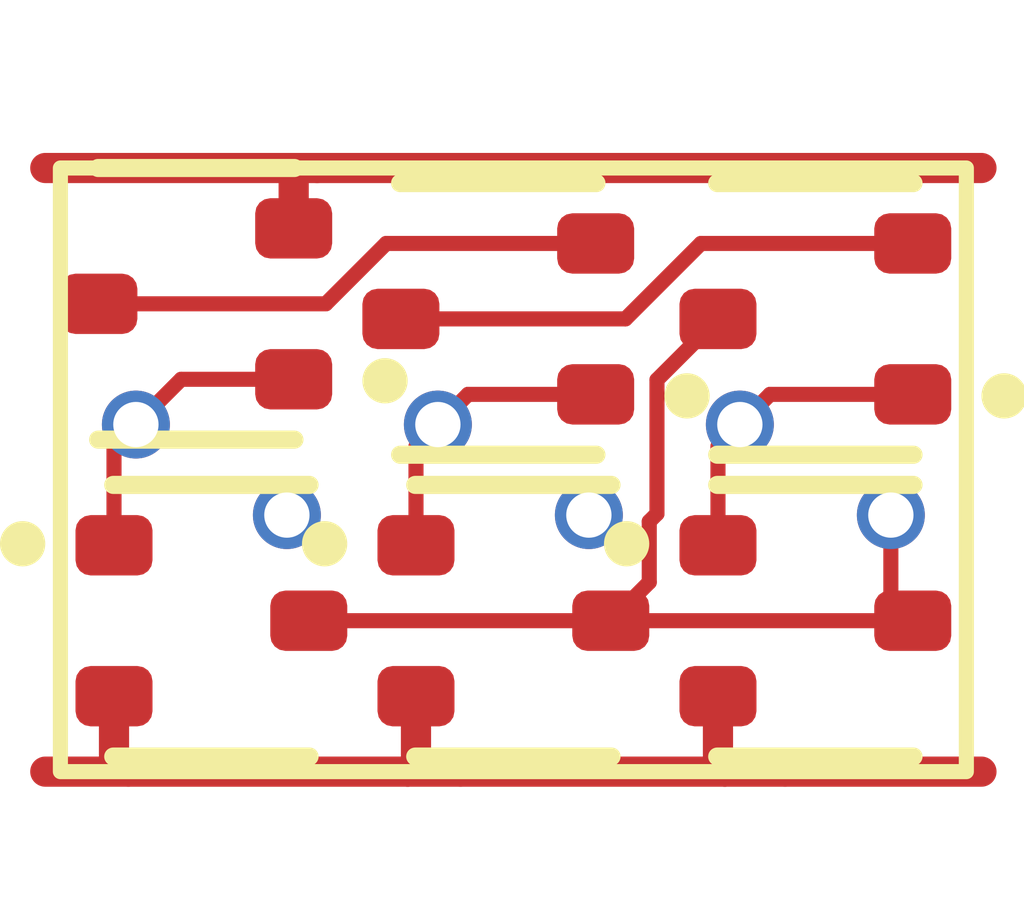
<source format=kicad_pcb>
(kicad_pcb (version 20241229) (generator "pcbnew") (generator_version "9.0")
  (layers (0 "F.Cu" signal) (2 "B.Cu" signal) (13 "F.Paste" user) (15 "B.Paste" user) (5 "F.SilkS" user "F.Silkscreen") (7 "B.SilkS" user "B.Silkscreen") (1 "F.Mask" user) (3 "B.Mask" user) (25 "Edge.Cuts" user))
  (net 0 "")
  (net 1 "GND")
  (net 2 "Y")
  (net 3 "A3")
  (net 4 "VDD")
  (net 5 "A1")
  (net 6 "A2")
  (net 7 "int1")
  (net 8 "int2")
  (footprint "Package_TO_SOT_SMD:SOT-523" (layer "F.Cu") (at 5 3)
    (property "Reference" "P3" (hide yes))
    (property "Value" "")
    (fp_line (start 0.65 -0.9) (end -0.65 -0.9) (stroke (width 0.12)) (layer "F.SilkS"))
    (fp_line (start 0.65 0.9) (end -0.65 0.9) (stroke (width 0.12)) (layer "F.SilkS"))
    (fp_circle (center -1.25 -0.51) (end -1.1 -0.51) (fill yes) (layer "F.SilkS"))
    (pad "1" smd roundrect (at -0.645 -0.5 180) (size 0.51 0.4) (layers "F.Cu" "F.Mask" "F.Paste") (net 3 "A3"))
    (pad "2" smd roundrect (at -0.645 0.5 180) (size 0.51 0.4) (layers "F.Cu" "F.Mask" "F.Paste") (net 4 "VDD"))
    (pad "3" smd roundrect (at 0.645 0 180) (size 0.51 0.4) (layers "F.Cu" "F.Mask" "F.Paste") (net 2 "Y"))
  )
  (footprint "Package_TO_SOT_SMD:SOT-523" (layer "F.Cu") (at 1 3)
    (property "Reference" "P1" (hide yes))
    (property "Value" "")
    (fp_line (start 0.65 -0.9) (end -0.65 -0.9) (stroke (width 0.12)) (layer "F.SilkS"))
    (fp_line (start 0.65 0.9) (end -0.65 0.9) (stroke (width 0.12)) (layer "F.SilkS"))
    (fp_circle (center -1.25 -0.51) (end -1.1 -0.51) (fill yes) (layer "F.SilkS"))
    (pad "1" smd roundrect (at -0.645 -0.5 180) (size 0.51 0.4) (layers "F.Cu" "F.Mask" "F.Paste") (net 5 "A1"))
    (pad "2" smd roundrect (at -0.645 0.5 180) (size 0.51 0.4) (layers "F.Cu" "F.Mask" "F.Paste") (net 4 "VDD"))
    (pad "3" smd roundrect (at 0.645 0 180) (size 0.51 0.4) (layers "F.Cu" "F.Mask" "F.Paste") (net 2 "Y"))
  )
  (footprint "Package_TO_SOT_SMD:SOT-523" (layer "F.Cu") (at 5 1 180)
    (property "Reference" "N3" (hide yes))
    (property "Value" "")
    (fp_line (start 0.65 0.9) (end -0.65 0.9) (stroke (width 0.12)) (layer "F.SilkS"))
    (fp_line (start 0.65 -0.9) (end -0.65 -0.9) (stroke (width 0.12)) (layer "F.SilkS"))
    (fp_circle (center -1.25 -0.51) (end -1.1 -0.51) (fill yes) (layer "F.SilkS"))
    (pad "1" smd roundrect (at -0.645 -0.5) (size 0.51 0.4) (layers "F.Cu" "F.Mask" "F.Paste") (net 3 "A3"))
    (pad "2" smd roundrect (at -0.645 0.5) (size 0.51 0.4) (layers "F.Cu" "F.Mask" "F.Paste") (net 8 "int2"))
    (pad "3" smd roundrect (at 0.645 0) (size 0.51 0.4) (layers "F.Cu" "F.Mask" "F.Paste") (net 2 "Y"))
  )
  (footprint "Package_TO_SOT_SMD:SOT-523" (layer "F.Cu") (at 3 3)
    (property "Reference" "P2" (hide yes))
    (property "Value" "")
    (fp_line (start 0.65 -0.9) (end -0.65 -0.9) (stroke (width 0.12)) (layer "F.SilkS"))
    (fp_line (start 0.65 0.9) (end -0.65 0.9) (stroke (width 0.12)) (layer "F.SilkS"))
    (fp_circle (center -1.25 -0.51) (end -1.1 -0.51) (fill yes) (layer "F.SilkS"))
    (pad "1" smd roundrect (at -0.645 -0.5 180) (size 0.51 0.4) (layers "F.Cu" "F.Mask" "F.Paste") (net 6 "A2"))
    (pad "2" smd roundrect (at -0.645 0.5 180) (size 0.51 0.4) (layers "F.Cu" "F.Mask" "F.Paste") (net 4 "VDD"))
    (pad "3" smd roundrect (at 0.645 0 180) (size 0.51 0.4) (layers "F.Cu" "F.Mask" "F.Paste") (net 2 "Y"))
  )
  (footprint "Package_TO_SOT_SMD:SOT-523" (layer "F.Cu") (at 2.9 1 180)
    (property "Reference" "N2" (hide yes))
    (property "Value" "")
    (fp_line (start 0.65 0.9) (end -0.65 0.9) (stroke (width 0.12)) (layer "F.SilkS"))
    (fp_line (start 0.65 -0.9) (end -0.65 -0.9) (stroke (width 0.12)) (layer "F.SilkS"))
    (fp_circle (center -1.25 -0.51) (end -1.1 -0.51) (fill yes) (layer "F.SilkS"))
    (pad "1" smd roundrect (at -0.645 -0.5) (size 0.51 0.4) (layers "F.Cu" "F.Mask" "F.Paste") (net 6 "A2"))
    (pad "2" smd roundrect (at -0.645 0.5) (size 0.51 0.4) (layers "F.Cu" "F.Mask" "F.Paste") (net 7 "int1"))
    (pad "3" smd roundrect (at 0.645 0) (size 0.51 0.4) (layers "F.Cu" "F.Mask" "F.Paste") (net 8 "int2"))
  )
  (footprint "Package_TO_SOT_SMD:SOT-523" (layer "F.Cu") (at 0.9 0.9 180)
    (property "Reference" "N1" (hide yes))
    (property "Value" "")
    (fp_line (start 0.65 0.9) (end -0.65 0.9) (stroke (width 0.12)) (layer "F.SilkS"))
    (fp_line (start 0.65 -0.9) (end -0.65 -0.9) (stroke (width 0.12)) (layer "F.SilkS"))
    (fp_circle (center -1.25 -0.51) (end -1.1 -0.51) (fill yes) (layer "F.SilkS"))
    (pad "1" smd roundrect (at -0.645 -0.5) (size 0.51 0.4) (layers "F.Cu" "F.Mask" "F.Paste") (net 5 "A1"))
    (pad "2" smd roundrect (at -0.645 0.5) (size 0.51 0.4) (layers "F.Cu" "F.Mask" "F.Paste") (net 1 "GND"))
    (pad "3" smd roundrect (at 0.645 0) (size 0.51 0.4) (layers "F.Cu" "F.Mask" "F.Paste") (net 7 "int1"))
  )
  (gr_rect (start 0 0) (end 6 4) (stroke (width 0.1)) (fill no) (layer "F.SilkS"))
  (via (at 3.5 2.3) (size 0.45) (drill 0.3) (layers "F.Cu" "B.Cu") (net 0))
  (via (at 1.5 2.3) (size 0.45) (drill 0.3) (layers "F.Cu" "B.Cu") (net 0))
  (segment (start -0.1 0) (end 1.6 0) (width 0.2) (layer "F.Cu") (net 1))
  (segment (start 1.6 0) (end 1.7 0) (width 0.2) (layer "F.Cu") (net 1))
  (segment (start 1.545 0.4) (end 1.545 0.055) (width 0.2) (layer "F.Cu") (net 1))
  (segment (start 1.7 0) (end 6.1 0) (width 0.2) (layer "F.Cu") (net 1))
  (segment (start 1.545 0.055) (end 1.6 0) (width 0.2) (layer "F.Cu") (net 1))
  (segment (start 1.645 3) (end 3.645 3) (width 0.1) (layer "F.Cu") (net 2))
  (segment (start 3.9 2.342262) (end 3.9 2.745) (width 0.1) (layer "F.Cu") (net 2))
  (segment (start 5.5 2.3) (end 5.5 2.855) (width 0.1) (layer "F.Cu") (net 2))
  (segment (start 3.951 2.291262) (end 3.9 2.342262) (width 0.1) (layer "F.Cu") (net 2))
  (segment (start 4.355 1) (end 3.951 1.404) (width 0.1) (layer "F.Cu") (net 2))
  (segment (start 3.645 3) (end 5.645 3) (width 0.1) (layer "F.Cu") (net 2))
  (segment (start 3.951 1.404) (end 3.951 2.291262) (width 0.1) (layer "F.Cu") (net 2))
  (segment (start 3.9 2.745) (end 3.645 3) (width 0.1) (layer "F.Cu") (net 2))
  (via (at 5.5 2.3) (size 0.45) (drill 0.3) (layers "F.Cu" "B.Cu") (net 2))
  (segment (start 4.355 1.845) (end 4.5 1.7) (width 0.1) (layer "F.Cu") (net 3))
  (segment (start 4.5 1.7) (end 4.7 1.5) (width 0.1) (layer "F.Cu") (net 3))
  (segment (start 4.7 1.5) (end 5.645 1.5) (width 0.1) (layer "F.Cu") (net 3))
  (segment (start 4.355 2.5) (end 4.355 1.845) (width 0.1) (layer "F.Cu") (net 3))
  (via (at 4.5 1.7) (size 0.45) (drill 0.3) (layers "F.Cu" "B.Cu") (net 3))
  (segment (start 2.355 3.5) (end 2.355 3.945) (width 0.2) (layer "F.Cu") (net 4))
  (segment (start 2.355 3.945) (end 2.3 4) (width 0.2) (layer "F.Cu") (net 4))
  (segment (start 4.355 3.5) (end 4.355 3.955) (width 0.2) (layer "F.Cu") (net 4))
  (segment (start 4.355 3.955) (end 4.4 4) (width 0.2) (layer "F.Cu") (net 4))
  (segment (start 2.3 4) (end 2.65 4) (width 0.2) (layer "F.Cu") (net 4))
  (segment (start 2.65 4) (end 4.4 4) (width 0.2) (layer "F.Cu") (net 4))
  (segment (start -0.1 4) (end 0.45 4) (width 0.2) (layer "F.Cu") (net 4))
  (segment (start 4.4 4) (end 4.8 4) (width 0.2) (layer "F.Cu") (net 4))
  (segment (start 0.45 4) (end 2.3 4) (width 0.2) (layer "F.Cu") (net 4))
  (segment (start 4.8 4) (end 6.1 4) (width 0.2) (layer "F.Cu") (net 4))
  (segment (start 0.355 3.5) (end 0.355 3.905) (width 0.2) (layer "F.Cu") (net 4))
  (segment (start 0.355 1.845) (end 0.5 1.7) (width 0.1) (layer "F.Cu") (net 5))
  (segment (start 0.8 1.4) (end 1.545 1.4) (width 0.1) (layer "F.Cu") (net 5))
  (segment (start 0.355 2.5) (end 0.355 1.845) (width 0.1) (layer "F.Cu") (net 5))
  (segment (start 0.5 1.7) (end 0.8 1.4) (width 0.1) (layer "F.Cu") (net 5))
  (via (at 0.5 1.7) (size 0.45) (drill 0.3) (layers "F.Cu" "B.Cu") (net 5))
  (segment (start 2.5 1.7) (end 2.7 1.5) (width 0.1) (layer "F.Cu") (net 6))
  (segment (start 2.355 1.845) (end 2.5 1.7) (width 0.1) (layer "F.Cu") (net 6))
  (segment (start 2.355 2.5) (end 2.355 1.845) (width 0.1) (layer "F.Cu") (net 6))
  (segment (start 2.7 1.5) (end 3.545 1.5) (width 0.1) (layer "F.Cu") (net 6))
  (via (at 2.5 1.7) (size 0.45) (drill 0.3) (layers "F.Cu" "B.Cu") (net 6))
  (segment (start 1.757738 0.9) (end 2.157738 0.5) (width 0.1) (layer "F.Cu") (net 7))
  (segment (start 2.157738 0.5) (end 3.645 0.5) (width 0.1) (layer "F.Cu") (net 7))
  (segment (start 0.355 0.9) (end 1.757738 0.9) (width 0.1) (layer "F.Cu") (net 7))
  (segment (start 4.242262 0.5) (end 5.645 0.5) (width 0.1) (layer "F.Cu") (net 8))
  (segment (start 2.255 1) (end 3.742262 1) (width 0.1) (layer "F.Cu") (net 8))
  (segment (start 3.742262 1) (end 4.242262 0.5) (width 0.1) (layer "F.Cu") (net 8))
)
</source>
